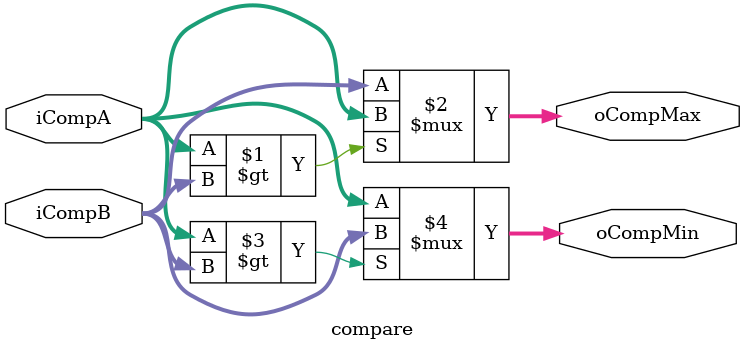
<source format=v>
`timescale 1ns / 1ps


module compare(
    input               [31:0]          iCompA,
    input               [31:0]          iCompB,
    output              [31:0]          oCompMax,
    output              [31:0]          oCompMin
    );
    


    assign  #1  oCompMax    =           (iCompA > iCompB) ? 
                                        iCompA : 
                                        iCompB;
    assign  #1  oCompMin    =           (iCompA > iCompB) ? 
                                        iCompB : 
                                        iCompA;
    
endmodule

</source>
